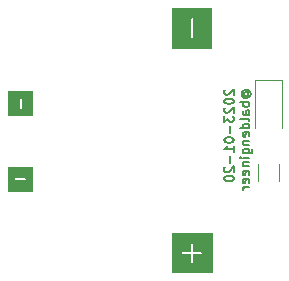
<source format=gbr>
%TF.GenerationSoftware,KiCad,Pcbnew,(7.0.0-rc1-287-ga9cb8e9a8d)*%
%TF.CreationDate,2023-01-20T15:36:01-06:00*%
%TF.ProjectId,Banana to USB Adapter,42616e61-6e61-4207-946f-205553422041,rev?*%
%TF.SameCoordinates,Original*%
%TF.FileFunction,Legend,Bot*%
%TF.FilePolarity,Positive*%
%FSLAX46Y46*%
G04 Gerber Fmt 4.6, Leading zero omitted, Abs format (unit mm)*
G04 Created by KiCad (PCBNEW (7.0.0-rc1-287-ga9cb8e9a8d)) date 2023-01-20 15:36:01*
%MOMM*%
%LPD*%
G01*
G04 APERTURE LIST*
%ADD10C,0.150000*%
%ADD11C,0.120000*%
G04 APERTURE END LIST*
D10*
X150826095Y-95112975D02*
X150788000Y-95151071D01*
X150788000Y-95151071D02*
X150749904Y-95227261D01*
X150749904Y-95227261D02*
X150749904Y-95417737D01*
X150749904Y-95417737D02*
X150788000Y-95493928D01*
X150788000Y-95493928D02*
X150826095Y-95532023D01*
X150826095Y-95532023D02*
X150902285Y-95570118D01*
X150902285Y-95570118D02*
X150978476Y-95570118D01*
X150978476Y-95570118D02*
X151092761Y-95532023D01*
X151092761Y-95532023D02*
X151549904Y-95074880D01*
X151549904Y-95074880D02*
X151549904Y-95570118D01*
X150749904Y-96065357D02*
X150749904Y-96141547D01*
X150749904Y-96141547D02*
X150788000Y-96217738D01*
X150788000Y-96217738D02*
X150826095Y-96255833D01*
X150826095Y-96255833D02*
X150902285Y-96293928D01*
X150902285Y-96293928D02*
X151054666Y-96332023D01*
X151054666Y-96332023D02*
X151245142Y-96332023D01*
X151245142Y-96332023D02*
X151397523Y-96293928D01*
X151397523Y-96293928D02*
X151473714Y-96255833D01*
X151473714Y-96255833D02*
X151511809Y-96217738D01*
X151511809Y-96217738D02*
X151549904Y-96141547D01*
X151549904Y-96141547D02*
X151549904Y-96065357D01*
X151549904Y-96065357D02*
X151511809Y-95989166D01*
X151511809Y-95989166D02*
X151473714Y-95951071D01*
X151473714Y-95951071D02*
X151397523Y-95912976D01*
X151397523Y-95912976D02*
X151245142Y-95874880D01*
X151245142Y-95874880D02*
X151054666Y-95874880D01*
X151054666Y-95874880D02*
X150902285Y-95912976D01*
X150902285Y-95912976D02*
X150826095Y-95951071D01*
X150826095Y-95951071D02*
X150788000Y-95989166D01*
X150788000Y-95989166D02*
X150749904Y-96065357D01*
X150826095Y-96636785D02*
X150788000Y-96674881D01*
X150788000Y-96674881D02*
X150749904Y-96751071D01*
X150749904Y-96751071D02*
X150749904Y-96941547D01*
X150749904Y-96941547D02*
X150788000Y-97017738D01*
X150788000Y-97017738D02*
X150826095Y-97055833D01*
X150826095Y-97055833D02*
X150902285Y-97093928D01*
X150902285Y-97093928D02*
X150978476Y-97093928D01*
X150978476Y-97093928D02*
X151092761Y-97055833D01*
X151092761Y-97055833D02*
X151549904Y-96598690D01*
X151549904Y-96598690D02*
X151549904Y-97093928D01*
X150749904Y-97360595D02*
X150749904Y-97855833D01*
X150749904Y-97855833D02*
X151054666Y-97589167D01*
X151054666Y-97589167D02*
X151054666Y-97703452D01*
X151054666Y-97703452D02*
X151092761Y-97779643D01*
X151092761Y-97779643D02*
X151130857Y-97817738D01*
X151130857Y-97817738D02*
X151207047Y-97855833D01*
X151207047Y-97855833D02*
X151397523Y-97855833D01*
X151397523Y-97855833D02*
X151473714Y-97817738D01*
X151473714Y-97817738D02*
X151511809Y-97779643D01*
X151511809Y-97779643D02*
X151549904Y-97703452D01*
X151549904Y-97703452D02*
X151549904Y-97474881D01*
X151549904Y-97474881D02*
X151511809Y-97398690D01*
X151511809Y-97398690D02*
X151473714Y-97360595D01*
X151245142Y-98198691D02*
X151245142Y-98808215D01*
X150749904Y-99341548D02*
X150749904Y-99417738D01*
X150749904Y-99417738D02*
X150788000Y-99493929D01*
X150788000Y-99493929D02*
X150826095Y-99532024D01*
X150826095Y-99532024D02*
X150902285Y-99570119D01*
X150902285Y-99570119D02*
X151054666Y-99608214D01*
X151054666Y-99608214D02*
X151245142Y-99608214D01*
X151245142Y-99608214D02*
X151397523Y-99570119D01*
X151397523Y-99570119D02*
X151473714Y-99532024D01*
X151473714Y-99532024D02*
X151511809Y-99493929D01*
X151511809Y-99493929D02*
X151549904Y-99417738D01*
X151549904Y-99417738D02*
X151549904Y-99341548D01*
X151549904Y-99341548D02*
X151511809Y-99265357D01*
X151511809Y-99265357D02*
X151473714Y-99227262D01*
X151473714Y-99227262D02*
X151397523Y-99189167D01*
X151397523Y-99189167D02*
X151245142Y-99151071D01*
X151245142Y-99151071D02*
X151054666Y-99151071D01*
X151054666Y-99151071D02*
X150902285Y-99189167D01*
X150902285Y-99189167D02*
X150826095Y-99227262D01*
X150826095Y-99227262D02*
X150788000Y-99265357D01*
X150788000Y-99265357D02*
X150749904Y-99341548D01*
X151549904Y-100370119D02*
X151549904Y-99912976D01*
X151549904Y-100141548D02*
X150749904Y-100141548D01*
X150749904Y-100141548D02*
X150864190Y-100065357D01*
X150864190Y-100065357D02*
X150940380Y-99989167D01*
X150940380Y-99989167D02*
X150978476Y-99912976D01*
X151245142Y-100712977D02*
X151245142Y-101322501D01*
X150826095Y-101665357D02*
X150788000Y-101703453D01*
X150788000Y-101703453D02*
X150749904Y-101779643D01*
X150749904Y-101779643D02*
X150749904Y-101970119D01*
X150749904Y-101970119D02*
X150788000Y-102046310D01*
X150788000Y-102046310D02*
X150826095Y-102084405D01*
X150826095Y-102084405D02*
X150902285Y-102122500D01*
X150902285Y-102122500D02*
X150978476Y-102122500D01*
X150978476Y-102122500D02*
X151092761Y-102084405D01*
X151092761Y-102084405D02*
X151549904Y-101627262D01*
X151549904Y-101627262D02*
X151549904Y-102122500D01*
X150749904Y-102617739D02*
X150749904Y-102693929D01*
X150749904Y-102693929D02*
X150788000Y-102770120D01*
X150788000Y-102770120D02*
X150826095Y-102808215D01*
X150826095Y-102808215D02*
X150902285Y-102846310D01*
X150902285Y-102846310D02*
X151054666Y-102884405D01*
X151054666Y-102884405D02*
X151245142Y-102884405D01*
X151245142Y-102884405D02*
X151397523Y-102846310D01*
X151397523Y-102846310D02*
X151473714Y-102808215D01*
X151473714Y-102808215D02*
X151511809Y-102770120D01*
X151511809Y-102770120D02*
X151549904Y-102693929D01*
X151549904Y-102693929D02*
X151549904Y-102617739D01*
X151549904Y-102617739D02*
X151511809Y-102541548D01*
X151511809Y-102541548D02*
X151473714Y-102503453D01*
X151473714Y-102503453D02*
X151397523Y-102465358D01*
X151397523Y-102465358D02*
X151245142Y-102427262D01*
X151245142Y-102427262D02*
X151054666Y-102427262D01*
X151054666Y-102427262D02*
X150902285Y-102465358D01*
X150902285Y-102465358D02*
X150826095Y-102503453D01*
X150826095Y-102503453D02*
X150788000Y-102541548D01*
X150788000Y-102541548D02*
X150749904Y-102617739D01*
X152464952Y-95646309D02*
X152426857Y-95608214D01*
X152426857Y-95608214D02*
X152388761Y-95532023D01*
X152388761Y-95532023D02*
X152388761Y-95455833D01*
X152388761Y-95455833D02*
X152426857Y-95379642D01*
X152426857Y-95379642D02*
X152464952Y-95341547D01*
X152464952Y-95341547D02*
X152541142Y-95303452D01*
X152541142Y-95303452D02*
X152617333Y-95303452D01*
X152617333Y-95303452D02*
X152693523Y-95341547D01*
X152693523Y-95341547D02*
X152731619Y-95379642D01*
X152731619Y-95379642D02*
X152769714Y-95455833D01*
X152769714Y-95455833D02*
X152769714Y-95532023D01*
X152769714Y-95532023D02*
X152731619Y-95608214D01*
X152731619Y-95608214D02*
X152693523Y-95646309D01*
X152388761Y-95646309D02*
X152693523Y-95646309D01*
X152693523Y-95646309D02*
X152731619Y-95684404D01*
X152731619Y-95684404D02*
X152731619Y-95722499D01*
X152731619Y-95722499D02*
X152693523Y-95798690D01*
X152693523Y-95798690D02*
X152617333Y-95836785D01*
X152617333Y-95836785D02*
X152426857Y-95836785D01*
X152426857Y-95836785D02*
X152312571Y-95760595D01*
X152312571Y-95760595D02*
X152236380Y-95646309D01*
X152236380Y-95646309D02*
X152198285Y-95493928D01*
X152198285Y-95493928D02*
X152236380Y-95341547D01*
X152236380Y-95341547D02*
X152312571Y-95227261D01*
X152312571Y-95227261D02*
X152426857Y-95151071D01*
X152426857Y-95151071D02*
X152579238Y-95112975D01*
X152579238Y-95112975D02*
X152731619Y-95151071D01*
X152731619Y-95151071D02*
X152845904Y-95227261D01*
X152845904Y-95227261D02*
X152922095Y-95341547D01*
X152922095Y-95341547D02*
X152960190Y-95493928D01*
X152960190Y-95493928D02*
X152922095Y-95646309D01*
X152922095Y-95646309D02*
X152845904Y-95760595D01*
X152845904Y-96179642D02*
X152045904Y-96179642D01*
X152350666Y-96179642D02*
X152312571Y-96255832D01*
X152312571Y-96255832D02*
X152312571Y-96408213D01*
X152312571Y-96408213D02*
X152350666Y-96484404D01*
X152350666Y-96484404D02*
X152388761Y-96522499D01*
X152388761Y-96522499D02*
X152464952Y-96560594D01*
X152464952Y-96560594D02*
X152693523Y-96560594D01*
X152693523Y-96560594D02*
X152769714Y-96522499D01*
X152769714Y-96522499D02*
X152807809Y-96484404D01*
X152807809Y-96484404D02*
X152845904Y-96408213D01*
X152845904Y-96408213D02*
X152845904Y-96255832D01*
X152845904Y-96255832D02*
X152807809Y-96179642D01*
X152845904Y-97246309D02*
X152426857Y-97246309D01*
X152426857Y-97246309D02*
X152350666Y-97208214D01*
X152350666Y-97208214D02*
X152312571Y-97132023D01*
X152312571Y-97132023D02*
X152312571Y-96979642D01*
X152312571Y-96979642D02*
X152350666Y-96903452D01*
X152807809Y-97246309D02*
X152845904Y-97170118D01*
X152845904Y-97170118D02*
X152845904Y-96979642D01*
X152845904Y-96979642D02*
X152807809Y-96903452D01*
X152807809Y-96903452D02*
X152731619Y-96865356D01*
X152731619Y-96865356D02*
X152655428Y-96865356D01*
X152655428Y-96865356D02*
X152579238Y-96903452D01*
X152579238Y-96903452D02*
X152541142Y-96979642D01*
X152541142Y-96979642D02*
X152541142Y-97170118D01*
X152541142Y-97170118D02*
X152503047Y-97246309D01*
X152845904Y-97741547D02*
X152807809Y-97665357D01*
X152807809Y-97665357D02*
X152731619Y-97627262D01*
X152731619Y-97627262D02*
X152045904Y-97627262D01*
X152845904Y-98389167D02*
X152045904Y-98389167D01*
X152807809Y-98389167D02*
X152845904Y-98312976D01*
X152845904Y-98312976D02*
X152845904Y-98160595D01*
X152845904Y-98160595D02*
X152807809Y-98084405D01*
X152807809Y-98084405D02*
X152769714Y-98046310D01*
X152769714Y-98046310D02*
X152693523Y-98008214D01*
X152693523Y-98008214D02*
X152464952Y-98008214D01*
X152464952Y-98008214D02*
X152388761Y-98046310D01*
X152388761Y-98046310D02*
X152350666Y-98084405D01*
X152350666Y-98084405D02*
X152312571Y-98160595D01*
X152312571Y-98160595D02*
X152312571Y-98312976D01*
X152312571Y-98312976D02*
X152350666Y-98389167D01*
X152807809Y-99074882D02*
X152845904Y-98998691D01*
X152845904Y-98998691D02*
X152845904Y-98846310D01*
X152845904Y-98846310D02*
X152807809Y-98770120D01*
X152807809Y-98770120D02*
X152731619Y-98732024D01*
X152731619Y-98732024D02*
X152426857Y-98732024D01*
X152426857Y-98732024D02*
X152350666Y-98770120D01*
X152350666Y-98770120D02*
X152312571Y-98846310D01*
X152312571Y-98846310D02*
X152312571Y-98998691D01*
X152312571Y-98998691D02*
X152350666Y-99074882D01*
X152350666Y-99074882D02*
X152426857Y-99112977D01*
X152426857Y-99112977D02*
X152503047Y-99112977D01*
X152503047Y-99112977D02*
X152579238Y-98732024D01*
X152312571Y-99455834D02*
X152845904Y-99455834D01*
X152388761Y-99455834D02*
X152350666Y-99493929D01*
X152350666Y-99493929D02*
X152312571Y-99570119D01*
X152312571Y-99570119D02*
X152312571Y-99684405D01*
X152312571Y-99684405D02*
X152350666Y-99760596D01*
X152350666Y-99760596D02*
X152426857Y-99798691D01*
X152426857Y-99798691D02*
X152845904Y-99798691D01*
X152312571Y-100522501D02*
X152960190Y-100522501D01*
X152960190Y-100522501D02*
X153036380Y-100484406D01*
X153036380Y-100484406D02*
X153074476Y-100446310D01*
X153074476Y-100446310D02*
X153112571Y-100370120D01*
X153112571Y-100370120D02*
X153112571Y-100255834D01*
X153112571Y-100255834D02*
X153074476Y-100179644D01*
X152807809Y-100522501D02*
X152845904Y-100446310D01*
X152845904Y-100446310D02*
X152845904Y-100293929D01*
X152845904Y-100293929D02*
X152807809Y-100217739D01*
X152807809Y-100217739D02*
X152769714Y-100179644D01*
X152769714Y-100179644D02*
X152693523Y-100141548D01*
X152693523Y-100141548D02*
X152464952Y-100141548D01*
X152464952Y-100141548D02*
X152388761Y-100179644D01*
X152388761Y-100179644D02*
X152350666Y-100217739D01*
X152350666Y-100217739D02*
X152312571Y-100293929D01*
X152312571Y-100293929D02*
X152312571Y-100446310D01*
X152312571Y-100446310D02*
X152350666Y-100522501D01*
X152845904Y-100903454D02*
X152312571Y-100903454D01*
X152045904Y-100903454D02*
X152084000Y-100865358D01*
X152084000Y-100865358D02*
X152122095Y-100903454D01*
X152122095Y-100903454D02*
X152084000Y-100941549D01*
X152084000Y-100941549D02*
X152045904Y-100903454D01*
X152045904Y-100903454D02*
X152122095Y-100903454D01*
X152312571Y-101284406D02*
X152845904Y-101284406D01*
X152388761Y-101284406D02*
X152350666Y-101322501D01*
X152350666Y-101322501D02*
X152312571Y-101398691D01*
X152312571Y-101398691D02*
X152312571Y-101512977D01*
X152312571Y-101512977D02*
X152350666Y-101589168D01*
X152350666Y-101589168D02*
X152426857Y-101627263D01*
X152426857Y-101627263D02*
X152845904Y-101627263D01*
X152807809Y-102312978D02*
X152845904Y-102236787D01*
X152845904Y-102236787D02*
X152845904Y-102084406D01*
X152845904Y-102084406D02*
X152807809Y-102008216D01*
X152807809Y-102008216D02*
X152731619Y-101970120D01*
X152731619Y-101970120D02*
X152426857Y-101970120D01*
X152426857Y-101970120D02*
X152350666Y-102008216D01*
X152350666Y-102008216D02*
X152312571Y-102084406D01*
X152312571Y-102084406D02*
X152312571Y-102236787D01*
X152312571Y-102236787D02*
X152350666Y-102312978D01*
X152350666Y-102312978D02*
X152426857Y-102351073D01*
X152426857Y-102351073D02*
X152503047Y-102351073D01*
X152503047Y-102351073D02*
X152579238Y-101970120D01*
X152807809Y-102998692D02*
X152845904Y-102922501D01*
X152845904Y-102922501D02*
X152845904Y-102770120D01*
X152845904Y-102770120D02*
X152807809Y-102693930D01*
X152807809Y-102693930D02*
X152731619Y-102655834D01*
X152731619Y-102655834D02*
X152426857Y-102655834D01*
X152426857Y-102655834D02*
X152350666Y-102693930D01*
X152350666Y-102693930D02*
X152312571Y-102770120D01*
X152312571Y-102770120D02*
X152312571Y-102922501D01*
X152312571Y-102922501D02*
X152350666Y-102998692D01*
X152350666Y-102998692D02*
X152426857Y-103036787D01*
X152426857Y-103036787D02*
X152503047Y-103036787D01*
X152503047Y-103036787D02*
X152579238Y-102655834D01*
X152845904Y-103379644D02*
X152312571Y-103379644D01*
X152464952Y-103379644D02*
X152388761Y-103417739D01*
X152388761Y-103417739D02*
X152350666Y-103455834D01*
X152350666Y-103455834D02*
X152312571Y-103532025D01*
X152312571Y-103532025D02*
X152312571Y-103608215D01*
G36*
X134532357Y-97356655D02*
G01*
X132421643Y-97356655D01*
X132421643Y-96673983D01*
X133415571Y-96673983D01*
X133424814Y-96705461D01*
X133458100Y-96734303D01*
X133501695Y-96740571D01*
X133541759Y-96722275D01*
X133565571Y-96685223D01*
X133565571Y-95890515D01*
X133556328Y-95859037D01*
X133523042Y-95830195D01*
X133479447Y-95823927D01*
X133439383Y-95842223D01*
X133415571Y-95879275D01*
X133415571Y-96673983D01*
X132421643Y-96673983D01*
X132421643Y-95207846D01*
X134532357Y-95207846D01*
X134532357Y-97356655D01*
G37*
G36*
X134551405Y-103772957D02*
G01*
X132402596Y-103772957D01*
X132402596Y-102715152D01*
X133018677Y-102715152D01*
X133036973Y-102755216D01*
X133074025Y-102779028D01*
X133401999Y-102779028D01*
X133401999Y-103095762D01*
X133411242Y-103127240D01*
X133444528Y-103156082D01*
X133488123Y-103162350D01*
X133528187Y-103144054D01*
X133551999Y-103107002D01*
X133551999Y-102779028D01*
X133868733Y-102779028D01*
X133900211Y-102769785D01*
X133929053Y-102736499D01*
X133935321Y-102692904D01*
X133917025Y-102652840D01*
X133879973Y-102629028D01*
X133551999Y-102629028D01*
X133551999Y-102312294D01*
X133542756Y-102280816D01*
X133509470Y-102251974D01*
X133465875Y-102245706D01*
X133425811Y-102264002D01*
X133401999Y-102301054D01*
X133401999Y-102629028D01*
X133085265Y-102629028D01*
X133053787Y-102638271D01*
X133024945Y-102671557D01*
X133018677Y-102715152D01*
X132402596Y-102715152D01*
X132402596Y-101662243D01*
X134551405Y-101662243D01*
X134551405Y-103772957D01*
G37*
G36*
X149710314Y-91671314D02*
G01*
X146313886Y-91671314D01*
X146313886Y-90695191D01*
X147946742Y-90695191D01*
X147955985Y-90726669D01*
X147989271Y-90755511D01*
X148032866Y-90761779D01*
X148072930Y-90743483D01*
X148096742Y-90706431D01*
X148096742Y-89149818D01*
X148087499Y-89118340D01*
X148054213Y-89089498D01*
X148010618Y-89083230D01*
X147970554Y-89101526D01*
X147946742Y-89138578D01*
X147946742Y-90695191D01*
X146313886Y-90695191D01*
X146313886Y-88198696D01*
X149710314Y-88198696D01*
X149710314Y-91671314D01*
G37*
G36*
X149748409Y-110683219D02*
G01*
X146275791Y-110683219D01*
X146275791Y-108986486D01*
X147160325Y-108986486D01*
X147178621Y-109026550D01*
X147215673Y-109050362D01*
X147924599Y-109050362D01*
X147924599Y-109748048D01*
X147933842Y-109779526D01*
X147967128Y-109808368D01*
X148010723Y-109814636D01*
X148050787Y-109796340D01*
X148074599Y-109759288D01*
X148074599Y-109050362D01*
X148772286Y-109050362D01*
X148803764Y-109041119D01*
X148832606Y-109007833D01*
X148838874Y-108964238D01*
X148820578Y-108924174D01*
X148783526Y-108900362D01*
X148074599Y-108900362D01*
X148074599Y-108202675D01*
X148065356Y-108171197D01*
X148032070Y-108142355D01*
X147988475Y-108136087D01*
X147948411Y-108154383D01*
X147924599Y-108191435D01*
X147924599Y-108900362D01*
X147226913Y-108900362D01*
X147195435Y-108909605D01*
X147166593Y-108942891D01*
X147160325Y-108986486D01*
X146275791Y-108986486D01*
X146275791Y-107286791D01*
X149748409Y-107286791D01*
X149748409Y-110683219D01*
G37*
D11*
%TO.C,R1*%
X155367400Y-102860464D02*
X155367400Y-101406336D01*
X153547400Y-102860464D02*
X153547400Y-101406336D01*
%TO.C,D1*%
X153322400Y-98359700D02*
X153322400Y-94299700D01*
X153322400Y-94299700D02*
X155592400Y-94299700D01*
X155592400Y-94299700D02*
X155592400Y-98359700D01*
%TD*%
M02*

</source>
